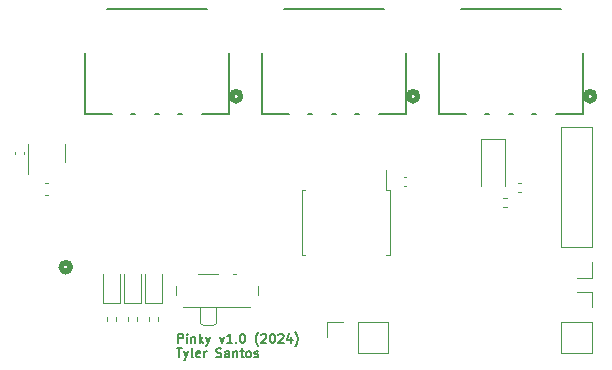
<source format=gbr>
%TF.GenerationSoftware,KiCad,Pcbnew,7.0.7*%
%TF.CreationDate,2024-05-24T10:30:38-07:00*%
%TF.ProjectId,Pinky,50696e6b-792e-46b6-9963-61645f706362,rev?*%
%TF.SameCoordinates,Original*%
%TF.FileFunction,Legend,Top*%
%TF.FilePolarity,Positive*%
%FSLAX46Y46*%
G04 Gerber Fmt 4.6, Leading zero omitted, Abs format (unit mm)*
G04 Created by KiCad (PCBNEW 7.0.7) date 2024-05-24 10:30:38*
%MOMM*%
%LPD*%
G01*
G04 APERTURE LIST*
%ADD10C,0.152400*%
%ADD11C,0.508000*%
%ADD12C,0.120000*%
G04 APERTURE END LIST*
D10*
X139219691Y-94938000D02*
X139219691Y-94176000D01*
X139219691Y-94176000D02*
X139509977Y-94176000D01*
X139509977Y-94176000D02*
X139582548Y-94212286D01*
X139582548Y-94212286D02*
X139618834Y-94248572D01*
X139618834Y-94248572D02*
X139655120Y-94321143D01*
X139655120Y-94321143D02*
X139655120Y-94430000D01*
X139655120Y-94430000D02*
X139618834Y-94502572D01*
X139618834Y-94502572D02*
X139582548Y-94538857D01*
X139582548Y-94538857D02*
X139509977Y-94575143D01*
X139509977Y-94575143D02*
X139219691Y-94575143D01*
X139981691Y-94938000D02*
X139981691Y-94430000D01*
X139981691Y-94176000D02*
X139945405Y-94212286D01*
X139945405Y-94212286D02*
X139981691Y-94248572D01*
X139981691Y-94248572D02*
X140017977Y-94212286D01*
X140017977Y-94212286D02*
X139981691Y-94176000D01*
X139981691Y-94176000D02*
X139981691Y-94248572D01*
X140344548Y-94430000D02*
X140344548Y-94938000D01*
X140344548Y-94502572D02*
X140380834Y-94466286D01*
X140380834Y-94466286D02*
X140453405Y-94430000D01*
X140453405Y-94430000D02*
X140562262Y-94430000D01*
X140562262Y-94430000D02*
X140634834Y-94466286D01*
X140634834Y-94466286D02*
X140671120Y-94538857D01*
X140671120Y-94538857D02*
X140671120Y-94938000D01*
X141033977Y-94938000D02*
X141033977Y-94176000D01*
X141106549Y-94647715D02*
X141324263Y-94938000D01*
X141324263Y-94430000D02*
X141033977Y-94720286D01*
X141578263Y-94430000D02*
X141759691Y-94938000D01*
X141941120Y-94430000D02*
X141759691Y-94938000D01*
X141759691Y-94938000D02*
X141687120Y-95119429D01*
X141687120Y-95119429D02*
X141650834Y-95155715D01*
X141650834Y-95155715D02*
X141578263Y-95192000D01*
X142739405Y-94430000D02*
X142920833Y-94938000D01*
X142920833Y-94938000D02*
X143102262Y-94430000D01*
X143791690Y-94938000D02*
X143356261Y-94938000D01*
X143573976Y-94938000D02*
X143573976Y-94176000D01*
X143573976Y-94176000D02*
X143501404Y-94284857D01*
X143501404Y-94284857D02*
X143428833Y-94357429D01*
X143428833Y-94357429D02*
X143356261Y-94393715D01*
X144118261Y-94865429D02*
X144154547Y-94901715D01*
X144154547Y-94901715D02*
X144118261Y-94938000D01*
X144118261Y-94938000D02*
X144081975Y-94901715D01*
X144081975Y-94901715D02*
X144118261Y-94865429D01*
X144118261Y-94865429D02*
X144118261Y-94938000D01*
X144626261Y-94176000D02*
X144698832Y-94176000D01*
X144698832Y-94176000D02*
X144771404Y-94212286D01*
X144771404Y-94212286D02*
X144807690Y-94248572D01*
X144807690Y-94248572D02*
X144843975Y-94321143D01*
X144843975Y-94321143D02*
X144880261Y-94466286D01*
X144880261Y-94466286D02*
X144880261Y-94647715D01*
X144880261Y-94647715D02*
X144843975Y-94792857D01*
X144843975Y-94792857D02*
X144807690Y-94865429D01*
X144807690Y-94865429D02*
X144771404Y-94901715D01*
X144771404Y-94901715D02*
X144698832Y-94938000D01*
X144698832Y-94938000D02*
X144626261Y-94938000D01*
X144626261Y-94938000D02*
X144553690Y-94901715D01*
X144553690Y-94901715D02*
X144517404Y-94865429D01*
X144517404Y-94865429D02*
X144481118Y-94792857D01*
X144481118Y-94792857D02*
X144444832Y-94647715D01*
X144444832Y-94647715D02*
X144444832Y-94466286D01*
X144444832Y-94466286D02*
X144481118Y-94321143D01*
X144481118Y-94321143D02*
X144517404Y-94248572D01*
X144517404Y-94248572D02*
X144553690Y-94212286D01*
X144553690Y-94212286D02*
X144626261Y-94176000D01*
X146005117Y-95228286D02*
X145968832Y-95192000D01*
X145968832Y-95192000D02*
X145896260Y-95083143D01*
X145896260Y-95083143D02*
X145859975Y-95010572D01*
X145859975Y-95010572D02*
X145823689Y-94901715D01*
X145823689Y-94901715D02*
X145787403Y-94720286D01*
X145787403Y-94720286D02*
X145787403Y-94575143D01*
X145787403Y-94575143D02*
X145823689Y-94393715D01*
X145823689Y-94393715D02*
X145859975Y-94284857D01*
X145859975Y-94284857D02*
X145896260Y-94212286D01*
X145896260Y-94212286D02*
X145968832Y-94103429D01*
X145968832Y-94103429D02*
X146005117Y-94067143D01*
X146259117Y-94248572D02*
X146295403Y-94212286D01*
X146295403Y-94212286D02*
X146367975Y-94176000D01*
X146367975Y-94176000D02*
X146549403Y-94176000D01*
X146549403Y-94176000D02*
X146621975Y-94212286D01*
X146621975Y-94212286D02*
X146658260Y-94248572D01*
X146658260Y-94248572D02*
X146694546Y-94321143D01*
X146694546Y-94321143D02*
X146694546Y-94393715D01*
X146694546Y-94393715D02*
X146658260Y-94502572D01*
X146658260Y-94502572D02*
X146222832Y-94938000D01*
X146222832Y-94938000D02*
X146694546Y-94938000D01*
X147166260Y-94176000D02*
X147238831Y-94176000D01*
X147238831Y-94176000D02*
X147311403Y-94212286D01*
X147311403Y-94212286D02*
X147347689Y-94248572D01*
X147347689Y-94248572D02*
X147383974Y-94321143D01*
X147383974Y-94321143D02*
X147420260Y-94466286D01*
X147420260Y-94466286D02*
X147420260Y-94647715D01*
X147420260Y-94647715D02*
X147383974Y-94792857D01*
X147383974Y-94792857D02*
X147347689Y-94865429D01*
X147347689Y-94865429D02*
X147311403Y-94901715D01*
X147311403Y-94901715D02*
X147238831Y-94938000D01*
X147238831Y-94938000D02*
X147166260Y-94938000D01*
X147166260Y-94938000D02*
X147093689Y-94901715D01*
X147093689Y-94901715D02*
X147057403Y-94865429D01*
X147057403Y-94865429D02*
X147021117Y-94792857D01*
X147021117Y-94792857D02*
X146984831Y-94647715D01*
X146984831Y-94647715D02*
X146984831Y-94466286D01*
X146984831Y-94466286D02*
X147021117Y-94321143D01*
X147021117Y-94321143D02*
X147057403Y-94248572D01*
X147057403Y-94248572D02*
X147093689Y-94212286D01*
X147093689Y-94212286D02*
X147166260Y-94176000D01*
X147710545Y-94248572D02*
X147746831Y-94212286D01*
X147746831Y-94212286D02*
X147819403Y-94176000D01*
X147819403Y-94176000D02*
X148000831Y-94176000D01*
X148000831Y-94176000D02*
X148073403Y-94212286D01*
X148073403Y-94212286D02*
X148109688Y-94248572D01*
X148109688Y-94248572D02*
X148145974Y-94321143D01*
X148145974Y-94321143D02*
X148145974Y-94393715D01*
X148145974Y-94393715D02*
X148109688Y-94502572D01*
X148109688Y-94502572D02*
X147674260Y-94938000D01*
X147674260Y-94938000D02*
X148145974Y-94938000D01*
X148799117Y-94430000D02*
X148799117Y-94938000D01*
X148617688Y-94139715D02*
X148436259Y-94684000D01*
X148436259Y-94684000D02*
X148907974Y-94684000D01*
X149125688Y-95228286D02*
X149161973Y-95192000D01*
X149161973Y-95192000D02*
X149234545Y-95083143D01*
X149234545Y-95083143D02*
X149270831Y-95010572D01*
X149270831Y-95010572D02*
X149307116Y-94901715D01*
X149307116Y-94901715D02*
X149343402Y-94720286D01*
X149343402Y-94720286D02*
X149343402Y-94575143D01*
X149343402Y-94575143D02*
X149307116Y-94393715D01*
X149307116Y-94393715D02*
X149270831Y-94284857D01*
X149270831Y-94284857D02*
X149234545Y-94212286D01*
X149234545Y-94212286D02*
X149161973Y-94103429D01*
X149161973Y-94103429D02*
X149125688Y-94067143D01*
X139110834Y-95402820D02*
X139546263Y-95402820D01*
X139328548Y-96164820D02*
X139328548Y-95402820D01*
X139727691Y-95656820D02*
X139909119Y-96164820D01*
X140090548Y-95656820D02*
X139909119Y-96164820D01*
X139909119Y-96164820D02*
X139836548Y-96346249D01*
X139836548Y-96346249D02*
X139800262Y-96382535D01*
X139800262Y-96382535D02*
X139727691Y-96418820D01*
X140489690Y-96164820D02*
X140417119Y-96128535D01*
X140417119Y-96128535D02*
X140380833Y-96055963D01*
X140380833Y-96055963D02*
X140380833Y-95402820D01*
X141070262Y-96128535D02*
X140997690Y-96164820D01*
X140997690Y-96164820D02*
X140852548Y-96164820D01*
X140852548Y-96164820D02*
X140779976Y-96128535D01*
X140779976Y-96128535D02*
X140743690Y-96055963D01*
X140743690Y-96055963D02*
X140743690Y-95765677D01*
X140743690Y-95765677D02*
X140779976Y-95693106D01*
X140779976Y-95693106D02*
X140852548Y-95656820D01*
X140852548Y-95656820D02*
X140997690Y-95656820D01*
X140997690Y-95656820D02*
X141070262Y-95693106D01*
X141070262Y-95693106D02*
X141106548Y-95765677D01*
X141106548Y-95765677D02*
X141106548Y-95838249D01*
X141106548Y-95838249D02*
X140743690Y-95910820D01*
X141433119Y-96164820D02*
X141433119Y-95656820D01*
X141433119Y-95801963D02*
X141469405Y-95729392D01*
X141469405Y-95729392D02*
X141505691Y-95693106D01*
X141505691Y-95693106D02*
X141578262Y-95656820D01*
X141578262Y-95656820D02*
X141650833Y-95656820D01*
X142449118Y-96128535D02*
X142557976Y-96164820D01*
X142557976Y-96164820D02*
X142739404Y-96164820D01*
X142739404Y-96164820D02*
X142811976Y-96128535D01*
X142811976Y-96128535D02*
X142848261Y-96092249D01*
X142848261Y-96092249D02*
X142884547Y-96019677D01*
X142884547Y-96019677D02*
X142884547Y-95947106D01*
X142884547Y-95947106D02*
X142848261Y-95874535D01*
X142848261Y-95874535D02*
X142811976Y-95838249D01*
X142811976Y-95838249D02*
X142739404Y-95801963D01*
X142739404Y-95801963D02*
X142594261Y-95765677D01*
X142594261Y-95765677D02*
X142521690Y-95729392D01*
X142521690Y-95729392D02*
X142485404Y-95693106D01*
X142485404Y-95693106D02*
X142449118Y-95620535D01*
X142449118Y-95620535D02*
X142449118Y-95547963D01*
X142449118Y-95547963D02*
X142485404Y-95475392D01*
X142485404Y-95475392D02*
X142521690Y-95439106D01*
X142521690Y-95439106D02*
X142594261Y-95402820D01*
X142594261Y-95402820D02*
X142775690Y-95402820D01*
X142775690Y-95402820D02*
X142884547Y-95439106D01*
X143537690Y-96164820D02*
X143537690Y-95765677D01*
X143537690Y-95765677D02*
X143501404Y-95693106D01*
X143501404Y-95693106D02*
X143428832Y-95656820D01*
X143428832Y-95656820D02*
X143283690Y-95656820D01*
X143283690Y-95656820D02*
X143211118Y-95693106D01*
X143537690Y-96128535D02*
X143465118Y-96164820D01*
X143465118Y-96164820D02*
X143283690Y-96164820D01*
X143283690Y-96164820D02*
X143211118Y-96128535D01*
X143211118Y-96128535D02*
X143174832Y-96055963D01*
X143174832Y-96055963D02*
X143174832Y-95983392D01*
X143174832Y-95983392D02*
X143211118Y-95910820D01*
X143211118Y-95910820D02*
X143283690Y-95874535D01*
X143283690Y-95874535D02*
X143465118Y-95874535D01*
X143465118Y-95874535D02*
X143537690Y-95838249D01*
X143900547Y-95656820D02*
X143900547Y-96164820D01*
X143900547Y-95729392D02*
X143936833Y-95693106D01*
X143936833Y-95693106D02*
X144009404Y-95656820D01*
X144009404Y-95656820D02*
X144118261Y-95656820D01*
X144118261Y-95656820D02*
X144190833Y-95693106D01*
X144190833Y-95693106D02*
X144227119Y-95765677D01*
X144227119Y-95765677D02*
X144227119Y-96164820D01*
X144481119Y-95656820D02*
X144771405Y-95656820D01*
X144589976Y-95402820D02*
X144589976Y-96055963D01*
X144589976Y-96055963D02*
X144626262Y-96128535D01*
X144626262Y-96128535D02*
X144698833Y-96164820D01*
X144698833Y-96164820D02*
X144771405Y-96164820D01*
X145134262Y-96164820D02*
X145061691Y-96128535D01*
X145061691Y-96128535D02*
X145025405Y-96092249D01*
X145025405Y-96092249D02*
X144989119Y-96019677D01*
X144989119Y-96019677D02*
X144989119Y-95801963D01*
X144989119Y-95801963D02*
X145025405Y-95729392D01*
X145025405Y-95729392D02*
X145061691Y-95693106D01*
X145061691Y-95693106D02*
X145134262Y-95656820D01*
X145134262Y-95656820D02*
X145243119Y-95656820D01*
X145243119Y-95656820D02*
X145315691Y-95693106D01*
X145315691Y-95693106D02*
X145351977Y-95729392D01*
X145351977Y-95729392D02*
X145388262Y-95801963D01*
X145388262Y-95801963D02*
X145388262Y-96019677D01*
X145388262Y-96019677D02*
X145351977Y-96092249D01*
X145351977Y-96092249D02*
X145315691Y-96128535D01*
X145315691Y-96128535D02*
X145243119Y-96164820D01*
X145243119Y-96164820D02*
X145134262Y-96164820D01*
X145678548Y-96128535D02*
X145751120Y-96164820D01*
X145751120Y-96164820D02*
X145896263Y-96164820D01*
X145896263Y-96164820D02*
X145968834Y-96128535D01*
X145968834Y-96128535D02*
X146005120Y-96055963D01*
X146005120Y-96055963D02*
X146005120Y-96019677D01*
X146005120Y-96019677D02*
X145968834Y-95947106D01*
X145968834Y-95947106D02*
X145896263Y-95910820D01*
X145896263Y-95910820D02*
X145787406Y-95910820D01*
X145787406Y-95910820D02*
X145714834Y-95874535D01*
X145714834Y-95874535D02*
X145678548Y-95801963D01*
X145678548Y-95801963D02*
X145678548Y-95765677D01*
X145678548Y-95765677D02*
X145714834Y-95693106D01*
X145714834Y-95693106D02*
X145787406Y-95656820D01*
X145787406Y-95656820D02*
X145896263Y-95656820D01*
X145896263Y-95656820D02*
X145968834Y-95693106D01*
%TO.C,J6*%
X131336999Y-70400039D02*
X131336999Y-75552300D01*
X131336999Y-75552300D02*
X133585961Y-75552300D01*
X135242041Y-75552300D02*
X135585960Y-75552300D01*
X137242040Y-75552300D02*
X137585961Y-75552300D01*
X139242041Y-75552300D02*
X139585959Y-75552300D01*
X141242039Y-75552300D02*
X143491001Y-75552300D01*
X141631160Y-66687700D02*
X133196841Y-66687700D01*
X143491001Y-75552300D02*
X143491001Y-70400039D01*
D11*
X144507000Y-74064701D02*
G75*
G03*
X144507000Y-74064701I-381000J0D01*
G01*
D12*
%TO.C,SW1*%
X139044000Y-90133000D02*
X139044000Y-90923000D01*
X139644000Y-91933000D02*
X145344000Y-91933000D01*
X140894000Y-89083000D02*
X142594000Y-89083000D01*
X141094000Y-91933000D02*
X141094000Y-93223000D01*
X141094000Y-93223000D02*
X141294000Y-93433000D01*
X141294000Y-93433000D02*
X142194000Y-93433000D01*
X142394000Y-93223000D02*
X142194000Y-93433000D01*
X142394000Y-93223000D02*
X142394000Y-91933000D01*
X143894000Y-89083000D02*
X144094000Y-89083000D01*
X145944000Y-90923000D02*
X145944000Y-90133000D01*
%TO.C,IC1*%
X157126000Y-82020000D02*
X156851000Y-82020000D01*
X156851000Y-82020000D02*
X156851000Y-80330000D01*
X149706000Y-82020000D02*
X149981000Y-82020000D01*
X157126000Y-84780000D02*
X157126000Y-82020000D01*
X157126000Y-84780000D02*
X157126000Y-87540000D01*
X149706000Y-84780000D02*
X149706000Y-82020000D01*
X149706000Y-84780000D02*
X149706000Y-87540000D01*
X157126000Y-87540000D02*
X156851000Y-87540000D01*
X149706000Y-87540000D02*
X149981000Y-87540000D01*
%TO.C,C2*%
X168032165Y-81428000D02*
X168263835Y-81428000D01*
X168032165Y-82148000D02*
X168263835Y-82148000D01*
%TO.C,C_in1*%
X126156000Y-78756665D02*
X126156000Y-78988335D01*
X125436000Y-78756665D02*
X125436000Y-78988335D01*
D10*
%TO.C,J4*%
X161309000Y-70400039D02*
X161309000Y-75552300D01*
X161309000Y-75552300D02*
X163557962Y-75552300D01*
X165214042Y-75552300D02*
X165557961Y-75552300D01*
X167214041Y-75552300D02*
X167557962Y-75552300D01*
X169214042Y-75552300D02*
X169557960Y-75552300D01*
X171214040Y-75552300D02*
X173463002Y-75552300D01*
X171603161Y-66687700D02*
X163168842Y-66687700D01*
X173463002Y-75552300D02*
X173463002Y-70400039D01*
D11*
X174479001Y-74064701D02*
G75*
G03*
X174479001Y-74064701I-381000J0D01*
G01*
D12*
%TO.C,J3*%
X174304000Y-89468000D02*
X172974000Y-89468000D01*
X174304000Y-88138000D02*
X174304000Y-89468000D01*
X174304000Y-86868000D02*
X174304000Y-76648000D01*
X174304000Y-86868000D02*
X171644000Y-86868000D01*
X174304000Y-76648000D02*
X171644000Y-76648000D01*
X171644000Y-86868000D02*
X171644000Y-76648000D01*
%TO.C,C_out2*%
X128228267Y-82430500D02*
X127935733Y-82430500D01*
X128228267Y-81410500D02*
X127935733Y-81410500D01*
%TO.C,IC2*%
X126522000Y-78872500D02*
X126522000Y-80672500D01*
X126522000Y-78872500D02*
X126522000Y-78072500D01*
X129642000Y-78872500D02*
X129642000Y-79672500D01*
X129642000Y-78872500D02*
X129642000Y-78072500D01*
%TO.C,R6*%
X133224000Y-93131621D02*
X133224000Y-92796379D01*
X133984000Y-93131621D02*
X133984000Y-92796379D01*
%TO.C,R7*%
X135002000Y-93131621D02*
X135002000Y-92796379D01*
X135762000Y-93131621D02*
X135762000Y-92796379D01*
%TO.C,D3*%
X132869000Y-91576000D02*
X134339000Y-91576000D01*
X134339000Y-91576000D02*
X134339000Y-89116000D01*
X132869000Y-89116000D02*
X132869000Y-91576000D01*
%TO.C,J11*%
X154432000Y-95818000D02*
X157032000Y-95818000D01*
X154432000Y-95818000D02*
X154432000Y-93158000D01*
X157032000Y-95818000D02*
X157032000Y-93158000D01*
X151832000Y-94488000D02*
X151832000Y-93158000D01*
X151832000Y-93158000D02*
X153162000Y-93158000D01*
X154432000Y-93158000D02*
X157032000Y-93158000D01*
D10*
%TO.C,J5*%
X146323000Y-70400039D02*
X146323000Y-75552300D01*
X146323000Y-75552300D02*
X148571962Y-75552300D01*
X150228042Y-75552300D02*
X150571961Y-75552300D01*
X152228041Y-75552300D02*
X152571962Y-75552300D01*
X154228042Y-75552300D02*
X154571960Y-75552300D01*
X156228040Y-75552300D02*
X158477002Y-75552300D01*
X156617161Y-66687700D02*
X148182842Y-66687700D01*
X158477002Y-75552300D02*
X158477002Y-70400039D01*
D11*
X159493001Y-74064701D02*
G75*
G03*
X159493001Y-74064701I-381000J0D01*
G01*
D12*
%TO.C,D4*%
X134647000Y-91576000D02*
X136117000Y-91576000D01*
X136117000Y-91576000D02*
X136117000Y-89116000D01*
X134647000Y-89116000D02*
X134647000Y-91576000D01*
%TO.C,D2*%
X136425000Y-91576000D02*
X137895000Y-91576000D01*
X137895000Y-91576000D02*
X137895000Y-89116000D01*
X136425000Y-89116000D02*
X136425000Y-91576000D01*
%TO.C,C1*%
X158320665Y-80920000D02*
X158552335Y-80920000D01*
X158320665Y-81640000D02*
X158552335Y-81640000D01*
%TO.C,R1*%
X166710379Y-82678000D02*
X167045621Y-82678000D01*
X166710379Y-83438000D02*
X167045621Y-83438000D01*
%TO.C,J10*%
X171644000Y-93218000D02*
X171644000Y-95818000D01*
X171644000Y-93218000D02*
X174304000Y-93218000D01*
X171644000Y-95818000D02*
X174304000Y-95818000D01*
X172974000Y-90618000D02*
X174304000Y-90618000D01*
X174304000Y-90618000D02*
X174304000Y-91948000D01*
X174304000Y-93218000D02*
X174304000Y-95818000D01*
%TO.C,D1*%
X166862000Y-77650000D02*
X164862000Y-77650000D01*
X166862000Y-77650000D02*
X166862000Y-81660000D01*
X164862000Y-77650000D02*
X164862000Y-81660000D01*
%TO.C,R2*%
X136780000Y-93131621D02*
X136780000Y-92796379D01*
X137540000Y-93131621D02*
X137540000Y-92796379D01*
D11*
%TO.C,J8*%
X130089499Y-88540900D02*
G75*
G03*
X130089499Y-88540900I-381000J0D01*
G01*
%TD*%
M02*

</source>
